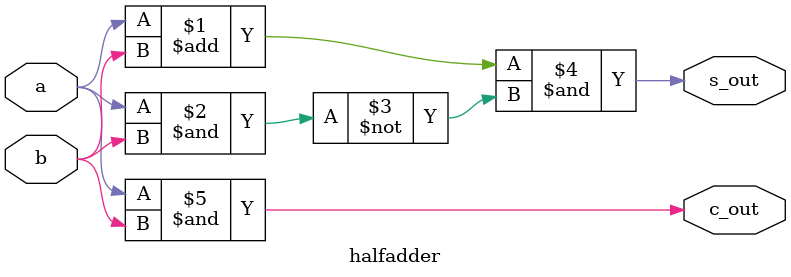
<source format=v>
`timescale 1ns / 1ps
module halfadder(
    input a,
    input b,
    output s_out,
    output c_out
    );

assign s_out = ((a + b) & ~(a & b));
assign c_out = (a & b);

endmodule

</source>
